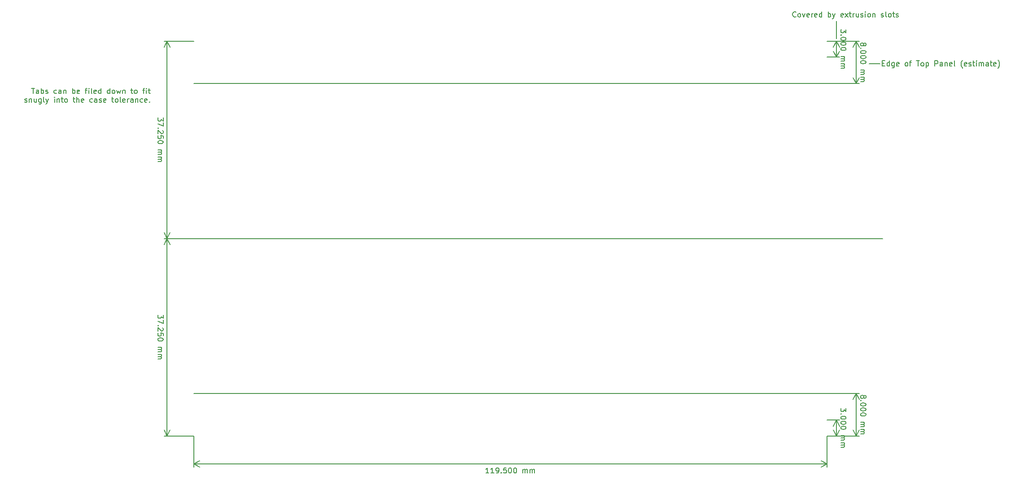
<source format=gbr>
G04 #@! TF.GenerationSoftware,KiCad,Pcbnew,(5.1.9)-1*
G04 #@! TF.CreationDate,2021-04-25T13:37:49-05:00*
G04 #@! TF.ProjectId,high-gain-diff-probe,68696768-2d67-4616-996e-2d646966662d,rev?*
G04 #@! TF.SameCoordinates,Original*
G04 #@! TF.FileFunction,OtherDrawing,Comment*
%FSLAX46Y46*%
G04 Gerber Fmt 4.6, Leading zero omitted, Abs format (unit mm)*
G04 Created by KiCad (PCBNEW (5.1.9)-1) date 2021-04-25 13:37:49*
%MOMM*%
%LPD*%
G01*
G04 APERTURE LIST*
%ADD10C,0.150000*%
G04 APERTURE END LIST*
D10*
X59426309Y-71627380D02*
X59997738Y-71627380D01*
X59712023Y-72627380D02*
X59712023Y-71627380D01*
X60759642Y-72627380D02*
X60759642Y-72103571D01*
X60712023Y-72008333D01*
X60616785Y-71960714D01*
X60426309Y-71960714D01*
X60331071Y-72008333D01*
X60759642Y-72579761D02*
X60664404Y-72627380D01*
X60426309Y-72627380D01*
X60331071Y-72579761D01*
X60283452Y-72484523D01*
X60283452Y-72389285D01*
X60331071Y-72294047D01*
X60426309Y-72246428D01*
X60664404Y-72246428D01*
X60759642Y-72198809D01*
X61235833Y-72627380D02*
X61235833Y-71627380D01*
X61235833Y-72008333D02*
X61331071Y-71960714D01*
X61521547Y-71960714D01*
X61616785Y-72008333D01*
X61664404Y-72055952D01*
X61712023Y-72151190D01*
X61712023Y-72436904D01*
X61664404Y-72532142D01*
X61616785Y-72579761D01*
X61521547Y-72627380D01*
X61331071Y-72627380D01*
X61235833Y-72579761D01*
X62092976Y-72579761D02*
X62188214Y-72627380D01*
X62378690Y-72627380D01*
X62473928Y-72579761D01*
X62521547Y-72484523D01*
X62521547Y-72436904D01*
X62473928Y-72341666D01*
X62378690Y-72294047D01*
X62235833Y-72294047D01*
X62140595Y-72246428D01*
X62092976Y-72151190D01*
X62092976Y-72103571D01*
X62140595Y-72008333D01*
X62235833Y-71960714D01*
X62378690Y-71960714D01*
X62473928Y-72008333D01*
X64140595Y-72579761D02*
X64045357Y-72627380D01*
X63854880Y-72627380D01*
X63759642Y-72579761D01*
X63712023Y-72532142D01*
X63664404Y-72436904D01*
X63664404Y-72151190D01*
X63712023Y-72055952D01*
X63759642Y-72008333D01*
X63854880Y-71960714D01*
X64045357Y-71960714D01*
X64140595Y-72008333D01*
X64997738Y-72627380D02*
X64997738Y-72103571D01*
X64950119Y-72008333D01*
X64854880Y-71960714D01*
X64664404Y-71960714D01*
X64569166Y-72008333D01*
X64997738Y-72579761D02*
X64902499Y-72627380D01*
X64664404Y-72627380D01*
X64569166Y-72579761D01*
X64521547Y-72484523D01*
X64521547Y-72389285D01*
X64569166Y-72294047D01*
X64664404Y-72246428D01*
X64902499Y-72246428D01*
X64997738Y-72198809D01*
X65473928Y-71960714D02*
X65473928Y-72627380D01*
X65473928Y-72055952D02*
X65521547Y-72008333D01*
X65616785Y-71960714D01*
X65759642Y-71960714D01*
X65854880Y-72008333D01*
X65902499Y-72103571D01*
X65902499Y-72627380D01*
X67140595Y-72627380D02*
X67140595Y-71627380D01*
X67140595Y-72008333D02*
X67235833Y-71960714D01*
X67426309Y-71960714D01*
X67521547Y-72008333D01*
X67569166Y-72055952D01*
X67616785Y-72151190D01*
X67616785Y-72436904D01*
X67569166Y-72532142D01*
X67521547Y-72579761D01*
X67426309Y-72627380D01*
X67235833Y-72627380D01*
X67140595Y-72579761D01*
X68426309Y-72579761D02*
X68331071Y-72627380D01*
X68140595Y-72627380D01*
X68045357Y-72579761D01*
X67997738Y-72484523D01*
X67997738Y-72103571D01*
X68045357Y-72008333D01*
X68140595Y-71960714D01*
X68331071Y-71960714D01*
X68426309Y-72008333D01*
X68473928Y-72103571D01*
X68473928Y-72198809D01*
X67997738Y-72294047D01*
X69521547Y-71960714D02*
X69902499Y-71960714D01*
X69664404Y-72627380D02*
X69664404Y-71770238D01*
X69712023Y-71675000D01*
X69807261Y-71627380D01*
X69902499Y-71627380D01*
X70235833Y-72627380D02*
X70235833Y-71960714D01*
X70235833Y-71627380D02*
X70188214Y-71675000D01*
X70235833Y-71722619D01*
X70283452Y-71675000D01*
X70235833Y-71627380D01*
X70235833Y-71722619D01*
X70854880Y-72627380D02*
X70759642Y-72579761D01*
X70712023Y-72484523D01*
X70712023Y-71627380D01*
X71616785Y-72579761D02*
X71521547Y-72627380D01*
X71331071Y-72627380D01*
X71235833Y-72579761D01*
X71188214Y-72484523D01*
X71188214Y-72103571D01*
X71235833Y-72008333D01*
X71331071Y-71960714D01*
X71521547Y-71960714D01*
X71616785Y-72008333D01*
X71664404Y-72103571D01*
X71664404Y-72198809D01*
X71188214Y-72294047D01*
X72521547Y-72627380D02*
X72521547Y-71627380D01*
X72521547Y-72579761D02*
X72426309Y-72627380D01*
X72235833Y-72627380D01*
X72140595Y-72579761D01*
X72092976Y-72532142D01*
X72045357Y-72436904D01*
X72045357Y-72151190D01*
X72092976Y-72055952D01*
X72140595Y-72008333D01*
X72235833Y-71960714D01*
X72426309Y-71960714D01*
X72521547Y-72008333D01*
X74188214Y-72627380D02*
X74188214Y-71627380D01*
X74188214Y-72579761D02*
X74092976Y-72627380D01*
X73902499Y-72627380D01*
X73807261Y-72579761D01*
X73759642Y-72532142D01*
X73712023Y-72436904D01*
X73712023Y-72151190D01*
X73759642Y-72055952D01*
X73807261Y-72008333D01*
X73902499Y-71960714D01*
X74092976Y-71960714D01*
X74188214Y-72008333D01*
X74807261Y-72627380D02*
X74712023Y-72579761D01*
X74664404Y-72532142D01*
X74616785Y-72436904D01*
X74616785Y-72151190D01*
X74664404Y-72055952D01*
X74712023Y-72008333D01*
X74807261Y-71960714D01*
X74950119Y-71960714D01*
X75045357Y-72008333D01*
X75092976Y-72055952D01*
X75140595Y-72151190D01*
X75140595Y-72436904D01*
X75092976Y-72532142D01*
X75045357Y-72579761D01*
X74950119Y-72627380D01*
X74807261Y-72627380D01*
X75473928Y-71960714D02*
X75664404Y-72627380D01*
X75854880Y-72151190D01*
X76045357Y-72627380D01*
X76235833Y-71960714D01*
X76616785Y-71960714D02*
X76616785Y-72627380D01*
X76616785Y-72055952D02*
X76664404Y-72008333D01*
X76759642Y-71960714D01*
X76902499Y-71960714D01*
X76997738Y-72008333D01*
X77045357Y-72103571D01*
X77045357Y-72627380D01*
X78140595Y-71960714D02*
X78521547Y-71960714D01*
X78283452Y-71627380D02*
X78283452Y-72484523D01*
X78331071Y-72579761D01*
X78426309Y-72627380D01*
X78521547Y-72627380D01*
X78997738Y-72627380D02*
X78902499Y-72579761D01*
X78854880Y-72532142D01*
X78807261Y-72436904D01*
X78807261Y-72151190D01*
X78854880Y-72055952D01*
X78902499Y-72008333D01*
X78997738Y-71960714D01*
X79140595Y-71960714D01*
X79235833Y-72008333D01*
X79283452Y-72055952D01*
X79331071Y-72151190D01*
X79331071Y-72436904D01*
X79283452Y-72532142D01*
X79235833Y-72579761D01*
X79140595Y-72627380D01*
X78997738Y-72627380D01*
X80378690Y-71960714D02*
X80759642Y-71960714D01*
X80521547Y-72627380D02*
X80521547Y-71770238D01*
X80569166Y-71675000D01*
X80664404Y-71627380D01*
X80759642Y-71627380D01*
X81092976Y-72627380D02*
X81092976Y-71960714D01*
X81092976Y-71627380D02*
X81045357Y-71675000D01*
X81092976Y-71722619D01*
X81140595Y-71675000D01*
X81092976Y-71627380D01*
X81092976Y-71722619D01*
X81426309Y-71960714D02*
X81807261Y-71960714D01*
X81569166Y-71627380D02*
X81569166Y-72484523D01*
X81616785Y-72579761D01*
X81712023Y-72627380D01*
X81807261Y-72627380D01*
X58140595Y-74229761D02*
X58235833Y-74277380D01*
X58426309Y-74277380D01*
X58521547Y-74229761D01*
X58569166Y-74134523D01*
X58569166Y-74086904D01*
X58521547Y-73991666D01*
X58426309Y-73944047D01*
X58283452Y-73944047D01*
X58188214Y-73896428D01*
X58140595Y-73801190D01*
X58140595Y-73753571D01*
X58188214Y-73658333D01*
X58283452Y-73610714D01*
X58426309Y-73610714D01*
X58521547Y-73658333D01*
X58997738Y-73610714D02*
X58997738Y-74277380D01*
X58997738Y-73705952D02*
X59045357Y-73658333D01*
X59140595Y-73610714D01*
X59283452Y-73610714D01*
X59378690Y-73658333D01*
X59426309Y-73753571D01*
X59426309Y-74277380D01*
X60331071Y-73610714D02*
X60331071Y-74277380D01*
X59902500Y-73610714D02*
X59902500Y-74134523D01*
X59950119Y-74229761D01*
X60045357Y-74277380D01*
X60188214Y-74277380D01*
X60283452Y-74229761D01*
X60331071Y-74182142D01*
X61235833Y-73610714D02*
X61235833Y-74420238D01*
X61188214Y-74515476D01*
X61140595Y-74563095D01*
X61045357Y-74610714D01*
X60902500Y-74610714D01*
X60807261Y-74563095D01*
X61235833Y-74229761D02*
X61140595Y-74277380D01*
X60950119Y-74277380D01*
X60854880Y-74229761D01*
X60807261Y-74182142D01*
X60759642Y-74086904D01*
X60759642Y-73801190D01*
X60807261Y-73705952D01*
X60854880Y-73658333D01*
X60950119Y-73610714D01*
X61140595Y-73610714D01*
X61235833Y-73658333D01*
X61854880Y-74277380D02*
X61759642Y-74229761D01*
X61712023Y-74134523D01*
X61712023Y-73277380D01*
X62140595Y-73610714D02*
X62378690Y-74277380D01*
X62616785Y-73610714D02*
X62378690Y-74277380D01*
X62283452Y-74515476D01*
X62235833Y-74563095D01*
X62140595Y-74610714D01*
X63759642Y-74277380D02*
X63759642Y-73610714D01*
X63759642Y-73277380D02*
X63712023Y-73325000D01*
X63759642Y-73372619D01*
X63807261Y-73325000D01*
X63759642Y-73277380D01*
X63759642Y-73372619D01*
X64235833Y-73610714D02*
X64235833Y-74277380D01*
X64235833Y-73705952D02*
X64283452Y-73658333D01*
X64378690Y-73610714D01*
X64521547Y-73610714D01*
X64616785Y-73658333D01*
X64664404Y-73753571D01*
X64664404Y-74277380D01*
X64997738Y-73610714D02*
X65378690Y-73610714D01*
X65140595Y-73277380D02*
X65140595Y-74134523D01*
X65188214Y-74229761D01*
X65283452Y-74277380D01*
X65378690Y-74277380D01*
X65854880Y-74277380D02*
X65759642Y-74229761D01*
X65712023Y-74182142D01*
X65664404Y-74086904D01*
X65664404Y-73801190D01*
X65712023Y-73705952D01*
X65759642Y-73658333D01*
X65854880Y-73610714D01*
X65997738Y-73610714D01*
X66092976Y-73658333D01*
X66140595Y-73705952D01*
X66188214Y-73801190D01*
X66188214Y-74086904D01*
X66140595Y-74182142D01*
X66092976Y-74229761D01*
X65997738Y-74277380D01*
X65854880Y-74277380D01*
X67235833Y-73610714D02*
X67616785Y-73610714D01*
X67378690Y-73277380D02*
X67378690Y-74134523D01*
X67426309Y-74229761D01*
X67521547Y-74277380D01*
X67616785Y-74277380D01*
X67950119Y-74277380D02*
X67950119Y-73277380D01*
X68378690Y-74277380D02*
X68378690Y-73753571D01*
X68331071Y-73658333D01*
X68235833Y-73610714D01*
X68092976Y-73610714D01*
X67997738Y-73658333D01*
X67950119Y-73705952D01*
X69235833Y-74229761D02*
X69140595Y-74277380D01*
X68950119Y-74277380D01*
X68854880Y-74229761D01*
X68807261Y-74134523D01*
X68807261Y-73753571D01*
X68854880Y-73658333D01*
X68950119Y-73610714D01*
X69140595Y-73610714D01*
X69235833Y-73658333D01*
X69283452Y-73753571D01*
X69283452Y-73848809D01*
X68807261Y-73944047D01*
X70902500Y-74229761D02*
X70807261Y-74277380D01*
X70616785Y-74277380D01*
X70521547Y-74229761D01*
X70473928Y-74182142D01*
X70426309Y-74086904D01*
X70426309Y-73801190D01*
X70473928Y-73705952D01*
X70521547Y-73658333D01*
X70616785Y-73610714D01*
X70807261Y-73610714D01*
X70902500Y-73658333D01*
X71759642Y-74277380D02*
X71759642Y-73753571D01*
X71712023Y-73658333D01*
X71616785Y-73610714D01*
X71426309Y-73610714D01*
X71331071Y-73658333D01*
X71759642Y-74229761D02*
X71664404Y-74277380D01*
X71426309Y-74277380D01*
X71331071Y-74229761D01*
X71283452Y-74134523D01*
X71283452Y-74039285D01*
X71331071Y-73944047D01*
X71426309Y-73896428D01*
X71664404Y-73896428D01*
X71759642Y-73848809D01*
X72188214Y-74229761D02*
X72283452Y-74277380D01*
X72473928Y-74277380D01*
X72569166Y-74229761D01*
X72616785Y-74134523D01*
X72616785Y-74086904D01*
X72569166Y-73991666D01*
X72473928Y-73944047D01*
X72331071Y-73944047D01*
X72235833Y-73896428D01*
X72188214Y-73801190D01*
X72188214Y-73753571D01*
X72235833Y-73658333D01*
X72331071Y-73610714D01*
X72473928Y-73610714D01*
X72569166Y-73658333D01*
X73426309Y-74229761D02*
X73331071Y-74277380D01*
X73140595Y-74277380D01*
X73045357Y-74229761D01*
X72997738Y-74134523D01*
X72997738Y-73753571D01*
X73045357Y-73658333D01*
X73140595Y-73610714D01*
X73331071Y-73610714D01*
X73426309Y-73658333D01*
X73473928Y-73753571D01*
X73473928Y-73848809D01*
X72997738Y-73944047D01*
X74521547Y-73610714D02*
X74902500Y-73610714D01*
X74664404Y-73277380D02*
X74664404Y-74134523D01*
X74712023Y-74229761D01*
X74807261Y-74277380D01*
X74902500Y-74277380D01*
X75378690Y-74277380D02*
X75283452Y-74229761D01*
X75235833Y-74182142D01*
X75188214Y-74086904D01*
X75188214Y-73801190D01*
X75235833Y-73705952D01*
X75283452Y-73658333D01*
X75378690Y-73610714D01*
X75521547Y-73610714D01*
X75616785Y-73658333D01*
X75664404Y-73705952D01*
X75712023Y-73801190D01*
X75712023Y-74086904D01*
X75664404Y-74182142D01*
X75616785Y-74229761D01*
X75521547Y-74277380D01*
X75378690Y-74277380D01*
X76283452Y-74277380D02*
X76188214Y-74229761D01*
X76140595Y-74134523D01*
X76140595Y-73277380D01*
X77045357Y-74229761D02*
X76950119Y-74277380D01*
X76759642Y-74277380D01*
X76664404Y-74229761D01*
X76616785Y-74134523D01*
X76616785Y-73753571D01*
X76664404Y-73658333D01*
X76759642Y-73610714D01*
X76950119Y-73610714D01*
X77045357Y-73658333D01*
X77092976Y-73753571D01*
X77092976Y-73848809D01*
X76616785Y-73944047D01*
X77521547Y-74277380D02*
X77521547Y-73610714D01*
X77521547Y-73801190D02*
X77569166Y-73705952D01*
X77616785Y-73658333D01*
X77712023Y-73610714D01*
X77807261Y-73610714D01*
X78569166Y-74277380D02*
X78569166Y-73753571D01*
X78521547Y-73658333D01*
X78426309Y-73610714D01*
X78235833Y-73610714D01*
X78140595Y-73658333D01*
X78569166Y-74229761D02*
X78473928Y-74277380D01*
X78235833Y-74277380D01*
X78140595Y-74229761D01*
X78092976Y-74134523D01*
X78092976Y-74039285D01*
X78140595Y-73944047D01*
X78235833Y-73896428D01*
X78473928Y-73896428D01*
X78569166Y-73848809D01*
X79045357Y-73610714D02*
X79045357Y-74277380D01*
X79045357Y-73705952D02*
X79092976Y-73658333D01*
X79188214Y-73610714D01*
X79331071Y-73610714D01*
X79426309Y-73658333D01*
X79473928Y-73753571D01*
X79473928Y-74277380D01*
X80378690Y-74229761D02*
X80283452Y-74277380D01*
X80092976Y-74277380D01*
X79997738Y-74229761D01*
X79950119Y-74182142D01*
X79902499Y-74086904D01*
X79902499Y-73801190D01*
X79950119Y-73705952D01*
X79997738Y-73658333D01*
X80092976Y-73610714D01*
X80283452Y-73610714D01*
X80378690Y-73658333D01*
X81188214Y-74229761D02*
X81092976Y-74277380D01*
X80902499Y-74277380D01*
X80807261Y-74229761D01*
X80759642Y-74134523D01*
X80759642Y-73753571D01*
X80807261Y-73658333D01*
X80902499Y-73610714D01*
X81092976Y-73610714D01*
X81188214Y-73658333D01*
X81235833Y-73753571D01*
X81235833Y-73848809D01*
X80759642Y-73944047D01*
X81664404Y-74182142D02*
X81712023Y-74229761D01*
X81664404Y-74277380D01*
X81616785Y-74229761D01*
X81664404Y-74182142D01*
X81664404Y-74277380D01*
X209500000Y-129250000D02*
X90000000Y-129250000D01*
X216419047Y-129773809D02*
X216466666Y-129678571D01*
X216514285Y-129630952D01*
X216609523Y-129583333D01*
X216657142Y-129583333D01*
X216752380Y-129630952D01*
X216800000Y-129678571D01*
X216847619Y-129773809D01*
X216847619Y-129964285D01*
X216800000Y-130059523D01*
X216752380Y-130107142D01*
X216657142Y-130154761D01*
X216609523Y-130154761D01*
X216514285Y-130107142D01*
X216466666Y-130059523D01*
X216419047Y-129964285D01*
X216419047Y-129773809D01*
X216371428Y-129678571D01*
X216323809Y-129630952D01*
X216228571Y-129583333D01*
X216038095Y-129583333D01*
X215942857Y-129630952D01*
X215895238Y-129678571D01*
X215847619Y-129773809D01*
X215847619Y-129964285D01*
X215895238Y-130059523D01*
X215942857Y-130107142D01*
X216038095Y-130154761D01*
X216228571Y-130154761D01*
X216323809Y-130107142D01*
X216371428Y-130059523D01*
X216419047Y-129964285D01*
X215942857Y-130583333D02*
X215895238Y-130630952D01*
X215847619Y-130583333D01*
X215895238Y-130535714D01*
X215942857Y-130583333D01*
X215847619Y-130583333D01*
X216847619Y-131250000D02*
X216847619Y-131345238D01*
X216800000Y-131440476D01*
X216752380Y-131488095D01*
X216657142Y-131535714D01*
X216466666Y-131583333D01*
X216228571Y-131583333D01*
X216038095Y-131535714D01*
X215942857Y-131488095D01*
X215895238Y-131440476D01*
X215847619Y-131345238D01*
X215847619Y-131250000D01*
X215895238Y-131154761D01*
X215942857Y-131107142D01*
X216038095Y-131059523D01*
X216228571Y-131011904D01*
X216466666Y-131011904D01*
X216657142Y-131059523D01*
X216752380Y-131107142D01*
X216800000Y-131154761D01*
X216847619Y-131250000D01*
X216847619Y-132202380D02*
X216847619Y-132297619D01*
X216800000Y-132392857D01*
X216752380Y-132440476D01*
X216657142Y-132488095D01*
X216466666Y-132535714D01*
X216228571Y-132535714D01*
X216038095Y-132488095D01*
X215942857Y-132440476D01*
X215895238Y-132392857D01*
X215847619Y-132297619D01*
X215847619Y-132202380D01*
X215895238Y-132107142D01*
X215942857Y-132059523D01*
X216038095Y-132011904D01*
X216228571Y-131964285D01*
X216466666Y-131964285D01*
X216657142Y-132011904D01*
X216752380Y-132059523D01*
X216800000Y-132107142D01*
X216847619Y-132202380D01*
X216847619Y-133154761D02*
X216847619Y-133250000D01*
X216800000Y-133345238D01*
X216752380Y-133392857D01*
X216657142Y-133440476D01*
X216466666Y-133488095D01*
X216228571Y-133488095D01*
X216038095Y-133440476D01*
X215942857Y-133392857D01*
X215895238Y-133345238D01*
X215847619Y-133250000D01*
X215847619Y-133154761D01*
X215895238Y-133059523D01*
X215942857Y-133011904D01*
X216038095Y-132964285D01*
X216228571Y-132916666D01*
X216466666Y-132916666D01*
X216657142Y-132964285D01*
X216752380Y-133011904D01*
X216800000Y-133059523D01*
X216847619Y-133154761D01*
X215847619Y-134678571D02*
X216514285Y-134678571D01*
X216419047Y-134678571D02*
X216466666Y-134726190D01*
X216514285Y-134821428D01*
X216514285Y-134964285D01*
X216466666Y-135059523D01*
X216371428Y-135107142D01*
X215847619Y-135107142D01*
X216371428Y-135107142D02*
X216466666Y-135154761D01*
X216514285Y-135250000D01*
X216514285Y-135392857D01*
X216466666Y-135488095D01*
X216371428Y-135535714D01*
X215847619Y-135535714D01*
X215847619Y-136011904D02*
X216514285Y-136011904D01*
X216419047Y-136011904D02*
X216466666Y-136059523D01*
X216514285Y-136154761D01*
X216514285Y-136297619D01*
X216466666Y-136392857D01*
X216371428Y-136440476D01*
X215847619Y-136440476D01*
X216371428Y-136440476D02*
X216466666Y-136488095D01*
X216514285Y-136583333D01*
X216514285Y-136726190D01*
X216466666Y-136821428D01*
X216371428Y-136869047D01*
X215847619Y-136869047D01*
X215000000Y-129250000D02*
X215000000Y-137250000D01*
X209500000Y-129250000D02*
X215586421Y-129250000D01*
X209500000Y-137250000D02*
X215586421Y-137250000D01*
X215000000Y-137250000D02*
X214413579Y-136123496D01*
X215000000Y-137250000D02*
X215586421Y-136123496D01*
X215000000Y-129250000D02*
X214413579Y-130376504D01*
X215000000Y-129250000D02*
X215586421Y-130376504D01*
X213097619Y-132035714D02*
X213097619Y-132654761D01*
X212716666Y-132321428D01*
X212716666Y-132464285D01*
X212669047Y-132559523D01*
X212621428Y-132607142D01*
X212526190Y-132654761D01*
X212288095Y-132654761D01*
X212192857Y-132607142D01*
X212145238Y-132559523D01*
X212097619Y-132464285D01*
X212097619Y-132178571D01*
X212145238Y-132083333D01*
X212192857Y-132035714D01*
X212192857Y-133083333D02*
X212145238Y-133130952D01*
X212097619Y-133083333D01*
X212145238Y-133035714D01*
X212192857Y-133083333D01*
X212097619Y-133083333D01*
X213097619Y-133750000D02*
X213097619Y-133845238D01*
X213050000Y-133940476D01*
X213002380Y-133988095D01*
X212907142Y-134035714D01*
X212716666Y-134083333D01*
X212478571Y-134083333D01*
X212288095Y-134035714D01*
X212192857Y-133988095D01*
X212145238Y-133940476D01*
X212097619Y-133845238D01*
X212097619Y-133750000D01*
X212145238Y-133654761D01*
X212192857Y-133607142D01*
X212288095Y-133559523D01*
X212478571Y-133511904D01*
X212716666Y-133511904D01*
X212907142Y-133559523D01*
X213002380Y-133607142D01*
X213050000Y-133654761D01*
X213097619Y-133750000D01*
X213097619Y-134702380D02*
X213097619Y-134797619D01*
X213050000Y-134892857D01*
X213002380Y-134940476D01*
X212907142Y-134988095D01*
X212716666Y-135035714D01*
X212478571Y-135035714D01*
X212288095Y-134988095D01*
X212192857Y-134940476D01*
X212145238Y-134892857D01*
X212097619Y-134797619D01*
X212097619Y-134702380D01*
X212145238Y-134607142D01*
X212192857Y-134559523D01*
X212288095Y-134511904D01*
X212478571Y-134464285D01*
X212716666Y-134464285D01*
X212907142Y-134511904D01*
X213002380Y-134559523D01*
X213050000Y-134607142D01*
X213097619Y-134702380D01*
X213097619Y-135654761D02*
X213097619Y-135750000D01*
X213050000Y-135845238D01*
X213002380Y-135892857D01*
X212907142Y-135940476D01*
X212716666Y-135988095D01*
X212478571Y-135988095D01*
X212288095Y-135940476D01*
X212192857Y-135892857D01*
X212145238Y-135845238D01*
X212097619Y-135750000D01*
X212097619Y-135654761D01*
X212145238Y-135559523D01*
X212192857Y-135511904D01*
X212288095Y-135464285D01*
X212478571Y-135416666D01*
X212716666Y-135416666D01*
X212907142Y-135464285D01*
X213002380Y-135511904D01*
X213050000Y-135559523D01*
X213097619Y-135654761D01*
X212097619Y-137178571D02*
X212764285Y-137178571D01*
X212669047Y-137178571D02*
X212716666Y-137226190D01*
X212764285Y-137321428D01*
X212764285Y-137464285D01*
X212716666Y-137559523D01*
X212621428Y-137607142D01*
X212097619Y-137607142D01*
X212621428Y-137607142D02*
X212716666Y-137654761D01*
X212764285Y-137750000D01*
X212764285Y-137892857D01*
X212716666Y-137988095D01*
X212621428Y-138035714D01*
X212097619Y-138035714D01*
X212097619Y-138511904D02*
X212764285Y-138511904D01*
X212669047Y-138511904D02*
X212716666Y-138559523D01*
X212764285Y-138654761D01*
X212764285Y-138797619D01*
X212716666Y-138892857D01*
X212621428Y-138940476D01*
X212097619Y-138940476D01*
X212621428Y-138940476D02*
X212716666Y-138988095D01*
X212764285Y-139083333D01*
X212764285Y-139226190D01*
X212716666Y-139321428D01*
X212621428Y-139369047D01*
X212097619Y-139369047D01*
X211250000Y-134250000D02*
X211250000Y-137250000D01*
X209500000Y-134250000D02*
X211836421Y-134250000D01*
X209500000Y-137250000D02*
X211836421Y-137250000D01*
X211250000Y-137250000D02*
X210663579Y-136123496D01*
X211250000Y-137250000D02*
X211836421Y-136123496D01*
X211250000Y-134250000D02*
X210663579Y-135376504D01*
X211250000Y-134250000D02*
X211836421Y-135376504D01*
X211250000Y-62250000D02*
X211250000Y-59000000D01*
X219500000Y-67000000D02*
X217500000Y-67000000D01*
X219952380Y-66928571D02*
X220285714Y-66928571D01*
X220428571Y-67452380D02*
X219952380Y-67452380D01*
X219952380Y-66452380D01*
X220428571Y-66452380D01*
X221285714Y-67452380D02*
X221285714Y-66452380D01*
X221285714Y-67404761D02*
X221190476Y-67452380D01*
X221000000Y-67452380D01*
X220904761Y-67404761D01*
X220857142Y-67357142D01*
X220809523Y-67261904D01*
X220809523Y-66976190D01*
X220857142Y-66880952D01*
X220904761Y-66833333D01*
X221000000Y-66785714D01*
X221190476Y-66785714D01*
X221285714Y-66833333D01*
X222190476Y-66785714D02*
X222190476Y-67595238D01*
X222142857Y-67690476D01*
X222095238Y-67738095D01*
X222000000Y-67785714D01*
X221857142Y-67785714D01*
X221761904Y-67738095D01*
X222190476Y-67404761D02*
X222095238Y-67452380D01*
X221904761Y-67452380D01*
X221809523Y-67404761D01*
X221761904Y-67357142D01*
X221714285Y-67261904D01*
X221714285Y-66976190D01*
X221761904Y-66880952D01*
X221809523Y-66833333D01*
X221904761Y-66785714D01*
X222095238Y-66785714D01*
X222190476Y-66833333D01*
X223047619Y-67404761D02*
X222952380Y-67452380D01*
X222761904Y-67452380D01*
X222666666Y-67404761D01*
X222619047Y-67309523D01*
X222619047Y-66928571D01*
X222666666Y-66833333D01*
X222761904Y-66785714D01*
X222952380Y-66785714D01*
X223047619Y-66833333D01*
X223095238Y-66928571D01*
X223095238Y-67023809D01*
X222619047Y-67119047D01*
X224428571Y-67452380D02*
X224333333Y-67404761D01*
X224285714Y-67357142D01*
X224238095Y-67261904D01*
X224238095Y-66976190D01*
X224285714Y-66880952D01*
X224333333Y-66833333D01*
X224428571Y-66785714D01*
X224571428Y-66785714D01*
X224666666Y-66833333D01*
X224714285Y-66880952D01*
X224761904Y-66976190D01*
X224761904Y-67261904D01*
X224714285Y-67357142D01*
X224666666Y-67404761D01*
X224571428Y-67452380D01*
X224428571Y-67452380D01*
X225047619Y-66785714D02*
X225428571Y-66785714D01*
X225190476Y-67452380D02*
X225190476Y-66595238D01*
X225238095Y-66500000D01*
X225333333Y-66452380D01*
X225428571Y-66452380D01*
X226380952Y-66452380D02*
X226952380Y-66452380D01*
X226666666Y-67452380D02*
X226666666Y-66452380D01*
X227428571Y-67452380D02*
X227333333Y-67404761D01*
X227285714Y-67357142D01*
X227238095Y-67261904D01*
X227238095Y-66976190D01*
X227285714Y-66880952D01*
X227333333Y-66833333D01*
X227428571Y-66785714D01*
X227571428Y-66785714D01*
X227666666Y-66833333D01*
X227714285Y-66880952D01*
X227761904Y-66976190D01*
X227761904Y-67261904D01*
X227714285Y-67357142D01*
X227666666Y-67404761D01*
X227571428Y-67452380D01*
X227428571Y-67452380D01*
X228190476Y-66785714D02*
X228190476Y-67785714D01*
X228190476Y-66833333D02*
X228285714Y-66785714D01*
X228476190Y-66785714D01*
X228571428Y-66833333D01*
X228619047Y-66880952D01*
X228666666Y-66976190D01*
X228666666Y-67261904D01*
X228619047Y-67357142D01*
X228571428Y-67404761D01*
X228476190Y-67452380D01*
X228285714Y-67452380D01*
X228190476Y-67404761D01*
X229857142Y-67452380D02*
X229857142Y-66452380D01*
X230238095Y-66452380D01*
X230333333Y-66500000D01*
X230380952Y-66547619D01*
X230428571Y-66642857D01*
X230428571Y-66785714D01*
X230380952Y-66880952D01*
X230333333Y-66928571D01*
X230238095Y-66976190D01*
X229857142Y-66976190D01*
X231285714Y-67452380D02*
X231285714Y-66928571D01*
X231238095Y-66833333D01*
X231142857Y-66785714D01*
X230952380Y-66785714D01*
X230857142Y-66833333D01*
X231285714Y-67404761D02*
X231190476Y-67452380D01*
X230952380Y-67452380D01*
X230857142Y-67404761D01*
X230809523Y-67309523D01*
X230809523Y-67214285D01*
X230857142Y-67119047D01*
X230952380Y-67071428D01*
X231190476Y-67071428D01*
X231285714Y-67023809D01*
X231761904Y-66785714D02*
X231761904Y-67452380D01*
X231761904Y-66880952D02*
X231809523Y-66833333D01*
X231904761Y-66785714D01*
X232047619Y-66785714D01*
X232142857Y-66833333D01*
X232190476Y-66928571D01*
X232190476Y-67452380D01*
X233047619Y-67404761D02*
X232952380Y-67452380D01*
X232761904Y-67452380D01*
X232666666Y-67404761D01*
X232619047Y-67309523D01*
X232619047Y-66928571D01*
X232666666Y-66833333D01*
X232761904Y-66785714D01*
X232952380Y-66785714D01*
X233047619Y-66833333D01*
X233095238Y-66928571D01*
X233095238Y-67023809D01*
X232619047Y-67119047D01*
X233666666Y-67452380D02*
X233571428Y-67404761D01*
X233523809Y-67309523D01*
X233523809Y-66452380D01*
X235095238Y-67833333D02*
X235047619Y-67785714D01*
X234952380Y-67642857D01*
X234904761Y-67547619D01*
X234857142Y-67404761D01*
X234809523Y-67166666D01*
X234809523Y-66976190D01*
X234857142Y-66738095D01*
X234904761Y-66595238D01*
X234952380Y-66500000D01*
X235047619Y-66357142D01*
X235095238Y-66309523D01*
X235857142Y-67404761D02*
X235761904Y-67452380D01*
X235571428Y-67452380D01*
X235476190Y-67404761D01*
X235428571Y-67309523D01*
X235428571Y-66928571D01*
X235476190Y-66833333D01*
X235571428Y-66785714D01*
X235761904Y-66785714D01*
X235857142Y-66833333D01*
X235904761Y-66928571D01*
X235904761Y-67023809D01*
X235428571Y-67119047D01*
X236285714Y-67404761D02*
X236380952Y-67452380D01*
X236571428Y-67452380D01*
X236666666Y-67404761D01*
X236714285Y-67309523D01*
X236714285Y-67261904D01*
X236666666Y-67166666D01*
X236571428Y-67119047D01*
X236428571Y-67119047D01*
X236333333Y-67071428D01*
X236285714Y-66976190D01*
X236285714Y-66928571D01*
X236333333Y-66833333D01*
X236428571Y-66785714D01*
X236571428Y-66785714D01*
X236666666Y-66833333D01*
X237000000Y-66785714D02*
X237380952Y-66785714D01*
X237142857Y-66452380D02*
X237142857Y-67309523D01*
X237190476Y-67404761D01*
X237285714Y-67452380D01*
X237380952Y-67452380D01*
X237714285Y-67452380D02*
X237714285Y-66785714D01*
X237714285Y-66452380D02*
X237666666Y-66500000D01*
X237714285Y-66547619D01*
X237761904Y-66500000D01*
X237714285Y-66452380D01*
X237714285Y-66547619D01*
X238190476Y-67452380D02*
X238190476Y-66785714D01*
X238190476Y-66880952D02*
X238238095Y-66833333D01*
X238333333Y-66785714D01*
X238476190Y-66785714D01*
X238571428Y-66833333D01*
X238619047Y-66928571D01*
X238619047Y-67452380D01*
X238619047Y-66928571D02*
X238666666Y-66833333D01*
X238761904Y-66785714D01*
X238904761Y-66785714D01*
X239000000Y-66833333D01*
X239047619Y-66928571D01*
X239047619Y-67452380D01*
X239952380Y-67452380D02*
X239952380Y-66928571D01*
X239904761Y-66833333D01*
X239809523Y-66785714D01*
X239619047Y-66785714D01*
X239523809Y-66833333D01*
X239952380Y-67404761D02*
X239857142Y-67452380D01*
X239619047Y-67452380D01*
X239523809Y-67404761D01*
X239476190Y-67309523D01*
X239476190Y-67214285D01*
X239523809Y-67119047D01*
X239619047Y-67071428D01*
X239857142Y-67071428D01*
X239952380Y-67023809D01*
X240285714Y-66785714D02*
X240666666Y-66785714D01*
X240428571Y-66452380D02*
X240428571Y-67309523D01*
X240476190Y-67404761D01*
X240571428Y-67452380D01*
X240666666Y-67452380D01*
X241380952Y-67404761D02*
X241285714Y-67452380D01*
X241095238Y-67452380D01*
X240999999Y-67404761D01*
X240952380Y-67309523D01*
X240952380Y-66928571D01*
X240999999Y-66833333D01*
X241095238Y-66785714D01*
X241285714Y-66785714D01*
X241380952Y-66833333D01*
X241428571Y-66928571D01*
X241428571Y-67023809D01*
X240952380Y-67119047D01*
X241761904Y-67833333D02*
X241809523Y-67785714D01*
X241904761Y-67642857D01*
X241952380Y-67547619D01*
X241999999Y-67404761D01*
X242047619Y-67166666D01*
X242047619Y-66976190D01*
X241999999Y-66738095D01*
X241952380Y-66595238D01*
X241904761Y-66500000D01*
X241809523Y-66357142D01*
X241761904Y-66309523D01*
X203642857Y-58107142D02*
X203595238Y-58154761D01*
X203452380Y-58202380D01*
X203357142Y-58202380D01*
X203214285Y-58154761D01*
X203119047Y-58059523D01*
X203071428Y-57964285D01*
X203023809Y-57773809D01*
X203023809Y-57630952D01*
X203071428Y-57440476D01*
X203119047Y-57345238D01*
X203214285Y-57250000D01*
X203357142Y-57202380D01*
X203452380Y-57202380D01*
X203595238Y-57250000D01*
X203642857Y-57297619D01*
X204214285Y-58202380D02*
X204119047Y-58154761D01*
X204071428Y-58107142D01*
X204023809Y-58011904D01*
X204023809Y-57726190D01*
X204071428Y-57630952D01*
X204119047Y-57583333D01*
X204214285Y-57535714D01*
X204357142Y-57535714D01*
X204452380Y-57583333D01*
X204500000Y-57630952D01*
X204547619Y-57726190D01*
X204547619Y-58011904D01*
X204500000Y-58107142D01*
X204452380Y-58154761D01*
X204357142Y-58202380D01*
X204214285Y-58202380D01*
X204880952Y-57535714D02*
X205119047Y-58202380D01*
X205357142Y-57535714D01*
X206119047Y-58154761D02*
X206023809Y-58202380D01*
X205833333Y-58202380D01*
X205738095Y-58154761D01*
X205690476Y-58059523D01*
X205690476Y-57678571D01*
X205738095Y-57583333D01*
X205833333Y-57535714D01*
X206023809Y-57535714D01*
X206119047Y-57583333D01*
X206166666Y-57678571D01*
X206166666Y-57773809D01*
X205690476Y-57869047D01*
X206595238Y-58202380D02*
X206595238Y-57535714D01*
X206595238Y-57726190D02*
X206642857Y-57630952D01*
X206690476Y-57583333D01*
X206785714Y-57535714D01*
X206880952Y-57535714D01*
X207595238Y-58154761D02*
X207500000Y-58202380D01*
X207309523Y-58202380D01*
X207214285Y-58154761D01*
X207166666Y-58059523D01*
X207166666Y-57678571D01*
X207214285Y-57583333D01*
X207309523Y-57535714D01*
X207500000Y-57535714D01*
X207595238Y-57583333D01*
X207642857Y-57678571D01*
X207642857Y-57773809D01*
X207166666Y-57869047D01*
X208500000Y-58202380D02*
X208500000Y-57202380D01*
X208500000Y-58154761D02*
X208404761Y-58202380D01*
X208214285Y-58202380D01*
X208119047Y-58154761D01*
X208071428Y-58107142D01*
X208023809Y-58011904D01*
X208023809Y-57726190D01*
X208071428Y-57630952D01*
X208119047Y-57583333D01*
X208214285Y-57535714D01*
X208404761Y-57535714D01*
X208500000Y-57583333D01*
X209738095Y-58202380D02*
X209738095Y-57202380D01*
X209738095Y-57583333D02*
X209833333Y-57535714D01*
X210023809Y-57535714D01*
X210119047Y-57583333D01*
X210166666Y-57630952D01*
X210214285Y-57726190D01*
X210214285Y-58011904D01*
X210166666Y-58107142D01*
X210119047Y-58154761D01*
X210023809Y-58202380D01*
X209833333Y-58202380D01*
X209738095Y-58154761D01*
X210547619Y-57535714D02*
X210785714Y-58202380D01*
X211023809Y-57535714D02*
X210785714Y-58202380D01*
X210690476Y-58440476D01*
X210642857Y-58488095D01*
X210547619Y-58535714D01*
X212547619Y-58154761D02*
X212452380Y-58202380D01*
X212261904Y-58202380D01*
X212166666Y-58154761D01*
X212119047Y-58059523D01*
X212119047Y-57678571D01*
X212166666Y-57583333D01*
X212261904Y-57535714D01*
X212452380Y-57535714D01*
X212547619Y-57583333D01*
X212595238Y-57678571D01*
X212595238Y-57773809D01*
X212119047Y-57869047D01*
X212928571Y-58202380D02*
X213452380Y-57535714D01*
X212928571Y-57535714D02*
X213452380Y-58202380D01*
X213690476Y-57535714D02*
X214071428Y-57535714D01*
X213833333Y-57202380D02*
X213833333Y-58059523D01*
X213880952Y-58154761D01*
X213976190Y-58202380D01*
X214071428Y-58202380D01*
X214404761Y-58202380D02*
X214404761Y-57535714D01*
X214404761Y-57726190D02*
X214452380Y-57630952D01*
X214500000Y-57583333D01*
X214595238Y-57535714D01*
X214690476Y-57535714D01*
X215452380Y-57535714D02*
X215452380Y-58202380D01*
X215023809Y-57535714D02*
X215023809Y-58059523D01*
X215071428Y-58154761D01*
X215166666Y-58202380D01*
X215309523Y-58202380D01*
X215404761Y-58154761D01*
X215452380Y-58107142D01*
X215880952Y-58154761D02*
X215976190Y-58202380D01*
X216166666Y-58202380D01*
X216261904Y-58154761D01*
X216309523Y-58059523D01*
X216309523Y-58011904D01*
X216261904Y-57916666D01*
X216166666Y-57869047D01*
X216023809Y-57869047D01*
X215928571Y-57821428D01*
X215880952Y-57726190D01*
X215880952Y-57678571D01*
X215928571Y-57583333D01*
X216023809Y-57535714D01*
X216166666Y-57535714D01*
X216261904Y-57583333D01*
X216738095Y-58202380D02*
X216738095Y-57535714D01*
X216738095Y-57202380D02*
X216690476Y-57250000D01*
X216738095Y-57297619D01*
X216785714Y-57250000D01*
X216738095Y-57202380D01*
X216738095Y-57297619D01*
X217357142Y-58202380D02*
X217261904Y-58154761D01*
X217214285Y-58107142D01*
X217166666Y-58011904D01*
X217166666Y-57726190D01*
X217214285Y-57630952D01*
X217261904Y-57583333D01*
X217357142Y-57535714D01*
X217500000Y-57535714D01*
X217595238Y-57583333D01*
X217642857Y-57630952D01*
X217690476Y-57726190D01*
X217690476Y-58011904D01*
X217642857Y-58107142D01*
X217595238Y-58154761D01*
X217500000Y-58202380D01*
X217357142Y-58202380D01*
X218119047Y-57535714D02*
X218119047Y-58202380D01*
X218119047Y-57630952D02*
X218166666Y-57583333D01*
X218261904Y-57535714D01*
X218404761Y-57535714D01*
X218500000Y-57583333D01*
X218547619Y-57678571D01*
X218547619Y-58202380D01*
X219738095Y-58154761D02*
X219833333Y-58202380D01*
X220023809Y-58202380D01*
X220119047Y-58154761D01*
X220166666Y-58059523D01*
X220166666Y-58011904D01*
X220119047Y-57916666D01*
X220023809Y-57869047D01*
X219880952Y-57869047D01*
X219785714Y-57821428D01*
X219738095Y-57726190D01*
X219738095Y-57678571D01*
X219785714Y-57583333D01*
X219880952Y-57535714D01*
X220023809Y-57535714D01*
X220119047Y-57583333D01*
X220738095Y-58202380D02*
X220642857Y-58154761D01*
X220595238Y-58059523D01*
X220595238Y-57202380D01*
X221261904Y-58202380D02*
X221166666Y-58154761D01*
X221119047Y-58107142D01*
X221071428Y-58011904D01*
X221071428Y-57726190D01*
X221119047Y-57630952D01*
X221166666Y-57583333D01*
X221261904Y-57535714D01*
X221404761Y-57535714D01*
X221500000Y-57583333D01*
X221547619Y-57630952D01*
X221595238Y-57726190D01*
X221595238Y-58011904D01*
X221547619Y-58107142D01*
X221500000Y-58154761D01*
X221404761Y-58202380D01*
X221261904Y-58202380D01*
X221880952Y-57535714D02*
X222261904Y-57535714D01*
X222023809Y-57202380D02*
X222023809Y-58059523D01*
X222071428Y-58154761D01*
X222166666Y-58202380D01*
X222261904Y-58202380D01*
X222547619Y-58154761D02*
X222642857Y-58202380D01*
X222833333Y-58202380D01*
X222928571Y-58154761D01*
X222976190Y-58059523D01*
X222976190Y-58011904D01*
X222928571Y-57916666D01*
X222833333Y-57869047D01*
X222690476Y-57869047D01*
X222595238Y-57821428D01*
X222547619Y-57726190D01*
X222547619Y-57678571D01*
X222595238Y-57583333D01*
X222690476Y-57535714D01*
X222833333Y-57535714D01*
X222928571Y-57583333D01*
X216419047Y-63273809D02*
X216466666Y-63178571D01*
X216514285Y-63130952D01*
X216609523Y-63083333D01*
X216657142Y-63083333D01*
X216752380Y-63130952D01*
X216800000Y-63178571D01*
X216847619Y-63273809D01*
X216847619Y-63464285D01*
X216800000Y-63559523D01*
X216752380Y-63607142D01*
X216657142Y-63654761D01*
X216609523Y-63654761D01*
X216514285Y-63607142D01*
X216466666Y-63559523D01*
X216419047Y-63464285D01*
X216419047Y-63273809D01*
X216371428Y-63178571D01*
X216323809Y-63130952D01*
X216228571Y-63083333D01*
X216038095Y-63083333D01*
X215942857Y-63130952D01*
X215895238Y-63178571D01*
X215847619Y-63273809D01*
X215847619Y-63464285D01*
X215895238Y-63559523D01*
X215942857Y-63607142D01*
X216038095Y-63654761D01*
X216228571Y-63654761D01*
X216323809Y-63607142D01*
X216371428Y-63559523D01*
X216419047Y-63464285D01*
X215942857Y-64083333D02*
X215895238Y-64130952D01*
X215847619Y-64083333D01*
X215895238Y-64035714D01*
X215942857Y-64083333D01*
X215847619Y-64083333D01*
X216847619Y-64750000D02*
X216847619Y-64845238D01*
X216800000Y-64940476D01*
X216752380Y-64988095D01*
X216657142Y-65035714D01*
X216466666Y-65083333D01*
X216228571Y-65083333D01*
X216038095Y-65035714D01*
X215942857Y-64988095D01*
X215895238Y-64940476D01*
X215847619Y-64845238D01*
X215847619Y-64750000D01*
X215895238Y-64654761D01*
X215942857Y-64607142D01*
X216038095Y-64559523D01*
X216228571Y-64511904D01*
X216466666Y-64511904D01*
X216657142Y-64559523D01*
X216752380Y-64607142D01*
X216800000Y-64654761D01*
X216847619Y-64750000D01*
X216847619Y-65702380D02*
X216847619Y-65797619D01*
X216800000Y-65892857D01*
X216752380Y-65940476D01*
X216657142Y-65988095D01*
X216466666Y-66035714D01*
X216228571Y-66035714D01*
X216038095Y-65988095D01*
X215942857Y-65940476D01*
X215895238Y-65892857D01*
X215847619Y-65797619D01*
X215847619Y-65702380D01*
X215895238Y-65607142D01*
X215942857Y-65559523D01*
X216038095Y-65511904D01*
X216228571Y-65464285D01*
X216466666Y-65464285D01*
X216657142Y-65511904D01*
X216752380Y-65559523D01*
X216800000Y-65607142D01*
X216847619Y-65702380D01*
X216847619Y-66654761D02*
X216847619Y-66750000D01*
X216800000Y-66845238D01*
X216752380Y-66892857D01*
X216657142Y-66940476D01*
X216466666Y-66988095D01*
X216228571Y-66988095D01*
X216038095Y-66940476D01*
X215942857Y-66892857D01*
X215895238Y-66845238D01*
X215847619Y-66750000D01*
X215847619Y-66654761D01*
X215895238Y-66559523D01*
X215942857Y-66511904D01*
X216038095Y-66464285D01*
X216228571Y-66416666D01*
X216466666Y-66416666D01*
X216657142Y-66464285D01*
X216752380Y-66511904D01*
X216800000Y-66559523D01*
X216847619Y-66654761D01*
X215847619Y-68178571D02*
X216514285Y-68178571D01*
X216419047Y-68178571D02*
X216466666Y-68226190D01*
X216514285Y-68321428D01*
X216514285Y-68464285D01*
X216466666Y-68559523D01*
X216371428Y-68607142D01*
X215847619Y-68607142D01*
X216371428Y-68607142D02*
X216466666Y-68654761D01*
X216514285Y-68750000D01*
X216514285Y-68892857D01*
X216466666Y-68988095D01*
X216371428Y-69035714D01*
X215847619Y-69035714D01*
X215847619Y-69511904D02*
X216514285Y-69511904D01*
X216419047Y-69511904D02*
X216466666Y-69559523D01*
X216514285Y-69654761D01*
X216514285Y-69797619D01*
X216466666Y-69892857D01*
X216371428Y-69940476D01*
X215847619Y-69940476D01*
X216371428Y-69940476D02*
X216466666Y-69988095D01*
X216514285Y-70083333D01*
X216514285Y-70226190D01*
X216466666Y-70321428D01*
X216371428Y-70369047D01*
X215847619Y-70369047D01*
X215000000Y-62750000D02*
X215000000Y-70750000D01*
X209500000Y-62750000D02*
X215586421Y-62750000D01*
X209500000Y-70750000D02*
X215586421Y-70750000D01*
X215000000Y-70750000D02*
X214413579Y-69623496D01*
X215000000Y-70750000D02*
X215586421Y-69623496D01*
X215000000Y-62750000D02*
X214413579Y-63876504D01*
X215000000Y-62750000D02*
X215586421Y-63876504D01*
X213097619Y-60535714D02*
X213097619Y-61154761D01*
X212716666Y-60821428D01*
X212716666Y-60964285D01*
X212669047Y-61059523D01*
X212621428Y-61107142D01*
X212526190Y-61154761D01*
X212288095Y-61154761D01*
X212192857Y-61107142D01*
X212145238Y-61059523D01*
X212097619Y-60964285D01*
X212097619Y-60678571D01*
X212145238Y-60583333D01*
X212192857Y-60535714D01*
X212192857Y-61583333D02*
X212145238Y-61630952D01*
X212097619Y-61583333D01*
X212145238Y-61535714D01*
X212192857Y-61583333D01*
X212097619Y-61583333D01*
X213097619Y-62250000D02*
X213097619Y-62345238D01*
X213050000Y-62440476D01*
X213002380Y-62488095D01*
X212907142Y-62535714D01*
X212716666Y-62583333D01*
X212478571Y-62583333D01*
X212288095Y-62535714D01*
X212192857Y-62488095D01*
X212145238Y-62440476D01*
X212097619Y-62345238D01*
X212097619Y-62250000D01*
X212145238Y-62154761D01*
X212192857Y-62107142D01*
X212288095Y-62059523D01*
X212478571Y-62011904D01*
X212716666Y-62011904D01*
X212907142Y-62059523D01*
X213002380Y-62107142D01*
X213050000Y-62154761D01*
X213097619Y-62250000D01*
X213097619Y-63202380D02*
X213097619Y-63297619D01*
X213050000Y-63392857D01*
X213002380Y-63440476D01*
X212907142Y-63488095D01*
X212716666Y-63535714D01*
X212478571Y-63535714D01*
X212288095Y-63488095D01*
X212192857Y-63440476D01*
X212145238Y-63392857D01*
X212097619Y-63297619D01*
X212097619Y-63202380D01*
X212145238Y-63107142D01*
X212192857Y-63059523D01*
X212288095Y-63011904D01*
X212478571Y-62964285D01*
X212716666Y-62964285D01*
X212907142Y-63011904D01*
X213002380Y-63059523D01*
X213050000Y-63107142D01*
X213097619Y-63202380D01*
X213097619Y-64154761D02*
X213097619Y-64250000D01*
X213050000Y-64345238D01*
X213002380Y-64392857D01*
X212907142Y-64440476D01*
X212716666Y-64488095D01*
X212478571Y-64488095D01*
X212288095Y-64440476D01*
X212192857Y-64392857D01*
X212145238Y-64345238D01*
X212097619Y-64250000D01*
X212097619Y-64154761D01*
X212145238Y-64059523D01*
X212192857Y-64011904D01*
X212288095Y-63964285D01*
X212478571Y-63916666D01*
X212716666Y-63916666D01*
X212907142Y-63964285D01*
X213002380Y-64011904D01*
X213050000Y-64059523D01*
X213097619Y-64154761D01*
X212097619Y-65678571D02*
X212764285Y-65678571D01*
X212669047Y-65678571D02*
X212716666Y-65726190D01*
X212764285Y-65821428D01*
X212764285Y-65964285D01*
X212716666Y-66059523D01*
X212621428Y-66107142D01*
X212097619Y-66107142D01*
X212621428Y-66107142D02*
X212716666Y-66154761D01*
X212764285Y-66250000D01*
X212764285Y-66392857D01*
X212716666Y-66488095D01*
X212621428Y-66535714D01*
X212097619Y-66535714D01*
X212097619Y-67011904D02*
X212764285Y-67011904D01*
X212669047Y-67011904D02*
X212716666Y-67059523D01*
X212764285Y-67154761D01*
X212764285Y-67297619D01*
X212716666Y-67392857D01*
X212621428Y-67440476D01*
X212097619Y-67440476D01*
X212621428Y-67440476D02*
X212716666Y-67488095D01*
X212764285Y-67583333D01*
X212764285Y-67726190D01*
X212716666Y-67821428D01*
X212621428Y-67869047D01*
X212097619Y-67869047D01*
X211250000Y-62750000D02*
X211250000Y-65750000D01*
X209500000Y-62750000D02*
X211836421Y-62750000D01*
X209500000Y-65750000D02*
X211836421Y-65750000D01*
X211250000Y-65750000D02*
X210663579Y-64623496D01*
X211250000Y-65750000D02*
X211836421Y-64623496D01*
X211250000Y-62750000D02*
X210663579Y-63876504D01*
X211250000Y-62750000D02*
X211836421Y-63876504D01*
X90000000Y-70750000D02*
X209500000Y-70750000D01*
X145702380Y-144252380D02*
X145130952Y-144252380D01*
X145416666Y-144252380D02*
X145416666Y-143252380D01*
X145321428Y-143395238D01*
X145226190Y-143490476D01*
X145130952Y-143538095D01*
X146654761Y-144252380D02*
X146083333Y-144252380D01*
X146369047Y-144252380D02*
X146369047Y-143252380D01*
X146273809Y-143395238D01*
X146178571Y-143490476D01*
X146083333Y-143538095D01*
X147130952Y-144252380D02*
X147321428Y-144252380D01*
X147416666Y-144204761D01*
X147464285Y-144157142D01*
X147559523Y-144014285D01*
X147607142Y-143823809D01*
X147607142Y-143442857D01*
X147559523Y-143347619D01*
X147511904Y-143300000D01*
X147416666Y-143252380D01*
X147226190Y-143252380D01*
X147130952Y-143300000D01*
X147083333Y-143347619D01*
X147035714Y-143442857D01*
X147035714Y-143680952D01*
X147083333Y-143776190D01*
X147130952Y-143823809D01*
X147226190Y-143871428D01*
X147416666Y-143871428D01*
X147511904Y-143823809D01*
X147559523Y-143776190D01*
X147607142Y-143680952D01*
X148035714Y-144157142D02*
X148083333Y-144204761D01*
X148035714Y-144252380D01*
X147988095Y-144204761D01*
X148035714Y-144157142D01*
X148035714Y-144252380D01*
X148988095Y-143252380D02*
X148511904Y-143252380D01*
X148464285Y-143728571D01*
X148511904Y-143680952D01*
X148607142Y-143633333D01*
X148845238Y-143633333D01*
X148940476Y-143680952D01*
X148988095Y-143728571D01*
X149035714Y-143823809D01*
X149035714Y-144061904D01*
X148988095Y-144157142D01*
X148940476Y-144204761D01*
X148845238Y-144252380D01*
X148607142Y-144252380D01*
X148511904Y-144204761D01*
X148464285Y-144157142D01*
X149654761Y-143252380D02*
X149750000Y-143252380D01*
X149845238Y-143300000D01*
X149892857Y-143347619D01*
X149940476Y-143442857D01*
X149988095Y-143633333D01*
X149988095Y-143871428D01*
X149940476Y-144061904D01*
X149892857Y-144157142D01*
X149845238Y-144204761D01*
X149750000Y-144252380D01*
X149654761Y-144252380D01*
X149559523Y-144204761D01*
X149511904Y-144157142D01*
X149464285Y-144061904D01*
X149416666Y-143871428D01*
X149416666Y-143633333D01*
X149464285Y-143442857D01*
X149511904Y-143347619D01*
X149559523Y-143300000D01*
X149654761Y-143252380D01*
X150607142Y-143252380D02*
X150702380Y-143252380D01*
X150797619Y-143300000D01*
X150845238Y-143347619D01*
X150892857Y-143442857D01*
X150940476Y-143633333D01*
X150940476Y-143871428D01*
X150892857Y-144061904D01*
X150845238Y-144157142D01*
X150797619Y-144204761D01*
X150702380Y-144252380D01*
X150607142Y-144252380D01*
X150511904Y-144204761D01*
X150464285Y-144157142D01*
X150416666Y-144061904D01*
X150369047Y-143871428D01*
X150369047Y-143633333D01*
X150416666Y-143442857D01*
X150464285Y-143347619D01*
X150511904Y-143300000D01*
X150607142Y-143252380D01*
X152130952Y-144252380D02*
X152130952Y-143585714D01*
X152130952Y-143680952D02*
X152178571Y-143633333D01*
X152273809Y-143585714D01*
X152416666Y-143585714D01*
X152511904Y-143633333D01*
X152559523Y-143728571D01*
X152559523Y-144252380D01*
X152559523Y-143728571D02*
X152607142Y-143633333D01*
X152702380Y-143585714D01*
X152845238Y-143585714D01*
X152940476Y-143633333D01*
X152988095Y-143728571D01*
X152988095Y-144252380D01*
X153464285Y-144252380D02*
X153464285Y-143585714D01*
X153464285Y-143680952D02*
X153511904Y-143633333D01*
X153607142Y-143585714D01*
X153750000Y-143585714D01*
X153845238Y-143633333D01*
X153892857Y-143728571D01*
X153892857Y-144252380D01*
X153892857Y-143728571D02*
X153940476Y-143633333D01*
X154035714Y-143585714D01*
X154178571Y-143585714D01*
X154273809Y-143633333D01*
X154321428Y-143728571D01*
X154321428Y-144252380D01*
X90000000Y-142500000D02*
X209500000Y-142500000D01*
X90000000Y-137250000D02*
X90000000Y-143086421D01*
X209500000Y-137250000D02*
X209500000Y-143086421D01*
X209500000Y-142500000D02*
X208373496Y-143086421D01*
X209500000Y-142500000D02*
X208373496Y-141913579D01*
X90000000Y-142500000D02*
X91126504Y-143086421D01*
X90000000Y-142500000D02*
X91126504Y-141913579D01*
X84247620Y-77184523D02*
X84247620Y-77803571D01*
X83866667Y-77470238D01*
X83866667Y-77613095D01*
X83819048Y-77708333D01*
X83771429Y-77755952D01*
X83676191Y-77803571D01*
X83438096Y-77803571D01*
X83342858Y-77755952D01*
X83295239Y-77708333D01*
X83247620Y-77613095D01*
X83247620Y-77327380D01*
X83295239Y-77232142D01*
X83342858Y-77184523D01*
X84247620Y-78136904D02*
X84247620Y-78803571D01*
X83247620Y-78375000D01*
X83342858Y-79184523D02*
X83295239Y-79232142D01*
X83247620Y-79184523D01*
X83295239Y-79136904D01*
X83342858Y-79184523D01*
X83247620Y-79184523D01*
X84152381Y-79613095D02*
X84200001Y-79660714D01*
X84247620Y-79755952D01*
X84247620Y-79994047D01*
X84200001Y-80089285D01*
X84152381Y-80136904D01*
X84057143Y-80184523D01*
X83961905Y-80184523D01*
X83819048Y-80136904D01*
X83247620Y-79565476D01*
X83247620Y-80184523D01*
X84247620Y-81089285D02*
X84247620Y-80613095D01*
X83771429Y-80565476D01*
X83819048Y-80613095D01*
X83866667Y-80708333D01*
X83866667Y-80946428D01*
X83819048Y-81041666D01*
X83771429Y-81089285D01*
X83676191Y-81136904D01*
X83438096Y-81136904D01*
X83342858Y-81089285D01*
X83295239Y-81041666D01*
X83247620Y-80946428D01*
X83247620Y-80708333D01*
X83295239Y-80613095D01*
X83342858Y-80565476D01*
X84247620Y-81755952D02*
X84247620Y-81851190D01*
X84200001Y-81946428D01*
X84152381Y-81994047D01*
X84057143Y-82041666D01*
X83866667Y-82089285D01*
X83628572Y-82089285D01*
X83438096Y-82041666D01*
X83342858Y-81994047D01*
X83295239Y-81946428D01*
X83247620Y-81851190D01*
X83247620Y-81755952D01*
X83295239Y-81660714D01*
X83342858Y-81613095D01*
X83438096Y-81565476D01*
X83628572Y-81517857D01*
X83866667Y-81517857D01*
X84057143Y-81565476D01*
X84152381Y-81613095D01*
X84200001Y-81660714D01*
X84247620Y-81755952D01*
X83247620Y-83279761D02*
X83914286Y-83279761D01*
X83819048Y-83279761D02*
X83866667Y-83327380D01*
X83914286Y-83422619D01*
X83914286Y-83565476D01*
X83866667Y-83660714D01*
X83771429Y-83708333D01*
X83247620Y-83708333D01*
X83771429Y-83708333D02*
X83866667Y-83755952D01*
X83914286Y-83851190D01*
X83914286Y-83994047D01*
X83866667Y-84089285D01*
X83771429Y-84136904D01*
X83247620Y-84136904D01*
X83247620Y-84613095D02*
X83914286Y-84613095D01*
X83819048Y-84613095D02*
X83866667Y-84660714D01*
X83914286Y-84755952D01*
X83914286Y-84898809D01*
X83866667Y-84994047D01*
X83771429Y-85041666D01*
X83247620Y-85041666D01*
X83771429Y-85041666D02*
X83866667Y-85089285D01*
X83914286Y-85184523D01*
X83914286Y-85327380D01*
X83866667Y-85422619D01*
X83771429Y-85470238D01*
X83247620Y-85470238D01*
X85000001Y-62750000D02*
X85000001Y-100000000D01*
X90000000Y-62750000D02*
X84413580Y-62750000D01*
X90000000Y-100000000D02*
X84413580Y-100000000D01*
X85000001Y-100000000D02*
X84413580Y-98873496D01*
X85000001Y-100000000D02*
X85586422Y-98873496D01*
X85000001Y-62750000D02*
X84413580Y-63876504D01*
X85000001Y-62750000D02*
X85586422Y-63876504D01*
X84247620Y-114434523D02*
X84247620Y-115053571D01*
X83866667Y-114720238D01*
X83866667Y-114863095D01*
X83819048Y-114958333D01*
X83771429Y-115005952D01*
X83676191Y-115053571D01*
X83438096Y-115053571D01*
X83342858Y-115005952D01*
X83295239Y-114958333D01*
X83247620Y-114863095D01*
X83247620Y-114577380D01*
X83295239Y-114482142D01*
X83342858Y-114434523D01*
X84247620Y-115386904D02*
X84247620Y-116053571D01*
X83247620Y-115625000D01*
X83342858Y-116434523D02*
X83295239Y-116482142D01*
X83247620Y-116434523D01*
X83295239Y-116386904D01*
X83342858Y-116434523D01*
X83247620Y-116434523D01*
X84152381Y-116863095D02*
X84200001Y-116910714D01*
X84247620Y-117005952D01*
X84247620Y-117244047D01*
X84200001Y-117339285D01*
X84152381Y-117386904D01*
X84057143Y-117434523D01*
X83961905Y-117434523D01*
X83819048Y-117386904D01*
X83247620Y-116815476D01*
X83247620Y-117434523D01*
X84247620Y-118339285D02*
X84247620Y-117863095D01*
X83771429Y-117815476D01*
X83819048Y-117863095D01*
X83866667Y-117958333D01*
X83866667Y-118196428D01*
X83819048Y-118291666D01*
X83771429Y-118339285D01*
X83676191Y-118386904D01*
X83438096Y-118386904D01*
X83342858Y-118339285D01*
X83295239Y-118291666D01*
X83247620Y-118196428D01*
X83247620Y-117958333D01*
X83295239Y-117863095D01*
X83342858Y-117815476D01*
X84247620Y-119005952D02*
X84247620Y-119101190D01*
X84200001Y-119196428D01*
X84152381Y-119244047D01*
X84057143Y-119291666D01*
X83866667Y-119339285D01*
X83628572Y-119339285D01*
X83438096Y-119291666D01*
X83342858Y-119244047D01*
X83295239Y-119196428D01*
X83247620Y-119101190D01*
X83247620Y-119005952D01*
X83295239Y-118910714D01*
X83342858Y-118863095D01*
X83438096Y-118815476D01*
X83628572Y-118767857D01*
X83866667Y-118767857D01*
X84057143Y-118815476D01*
X84152381Y-118863095D01*
X84200001Y-118910714D01*
X84247620Y-119005952D01*
X83247620Y-120529761D02*
X83914286Y-120529761D01*
X83819048Y-120529761D02*
X83866667Y-120577380D01*
X83914286Y-120672619D01*
X83914286Y-120815476D01*
X83866667Y-120910714D01*
X83771429Y-120958333D01*
X83247620Y-120958333D01*
X83771429Y-120958333D02*
X83866667Y-121005952D01*
X83914286Y-121101190D01*
X83914286Y-121244047D01*
X83866667Y-121339285D01*
X83771429Y-121386904D01*
X83247620Y-121386904D01*
X83247620Y-121863095D02*
X83914286Y-121863095D01*
X83819048Y-121863095D02*
X83866667Y-121910714D01*
X83914286Y-122005952D01*
X83914286Y-122148809D01*
X83866667Y-122244047D01*
X83771429Y-122291666D01*
X83247620Y-122291666D01*
X83771429Y-122291666D02*
X83866667Y-122339285D01*
X83914286Y-122434523D01*
X83914286Y-122577380D01*
X83866667Y-122672619D01*
X83771429Y-122720238D01*
X83247620Y-122720238D01*
X85000001Y-100000000D02*
X85000001Y-137250000D01*
X90000000Y-100000000D02*
X84413580Y-100000000D01*
X90000000Y-137250000D02*
X84413580Y-137250000D01*
X85000001Y-137250000D02*
X84413580Y-136123496D01*
X85000001Y-137250000D02*
X85586422Y-136123496D01*
X85000001Y-100000000D02*
X84413580Y-101126504D01*
X85000001Y-100000000D02*
X85586422Y-101126504D01*
X90000000Y-100000000D02*
X220000000Y-100000000D01*
M02*

</source>
